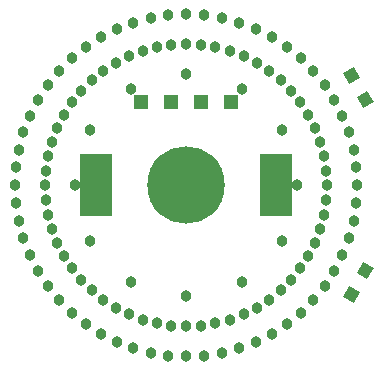
<source format=gts>
G75*
G70*
%OFA0B0*%
%FSLAX24Y24*%
%IPPOS*%
%LPD*%
%AMOC8*
5,1,8,0,0,1.08239X$1,22.5*
%
%ADD10R,0.1080X0.2080*%
%ADD11C,0.2580*%
%ADD12C,0.0380*%
%ADD13R,0.0472X0.0472*%
%ADD14R,0.0415X0.0414*%
%ADD15C,0.0320*%
D10*
X005728Y008506D03*
X011728Y008506D03*
D11*
X008728Y008506D03*
D12*
X004489Y004689D03*
X004911Y004267D03*
X005375Y003891D03*
X005876Y003566D03*
X006408Y003295D03*
X006965Y003081D03*
X007542Y002926D03*
X008132Y002833D03*
X008728Y002802D03*
X009324Y002833D03*
X009914Y002926D03*
X010491Y003081D03*
X011049Y003295D03*
X011581Y003566D03*
X012081Y003891D03*
X012545Y004267D03*
X012968Y004689D03*
X013343Y005153D03*
X013669Y005654D03*
X013940Y006186D03*
X014154Y006744D03*
X014308Y007320D03*
X014402Y007910D03*
X014433Y008506D03*
X014402Y009103D03*
X014308Y009693D03*
X014154Y010269D03*
X013940Y010827D03*
X013669Y011359D03*
X013343Y011860D03*
X012968Y012324D03*
X012545Y012746D03*
X012081Y013122D03*
X011581Y013447D03*
X011049Y013718D03*
X010491Y013932D03*
X009914Y014086D03*
X009324Y014180D03*
X008728Y014211D03*
X008132Y014180D03*
X007542Y014086D03*
X006965Y013932D03*
X006408Y013718D03*
X005876Y013447D03*
X005375Y013122D03*
X004911Y012746D03*
X004489Y012324D03*
X004113Y011860D03*
X003788Y011359D03*
X003517Y010827D03*
X003303Y010269D03*
X003148Y009693D03*
X003055Y009103D03*
X003023Y008506D03*
X003055Y007910D03*
X003148Y007320D03*
X003303Y006744D03*
X003517Y006186D03*
X003788Y005654D03*
X004113Y005153D03*
X004922Y005741D03*
X004654Y006154D03*
X004430Y006593D03*
X004254Y007053D03*
X004126Y007528D03*
X004049Y008015D03*
X004023Y008506D03*
X004049Y008998D03*
X004126Y009485D03*
X004254Y009960D03*
X004430Y010420D03*
X004654Y010859D03*
X004922Y011272D03*
X005232Y011655D03*
X005580Y012003D03*
X005963Y012313D03*
X006376Y012581D03*
X006815Y012804D03*
X007274Y012981D03*
X007750Y013108D03*
X008236Y013185D03*
X008728Y013211D03*
X009220Y013185D03*
X009706Y013108D03*
X010182Y012981D03*
X010642Y012804D03*
X011081Y012581D03*
X011494Y012313D03*
X011876Y012003D03*
X012224Y011655D03*
X012534Y011272D03*
X012803Y010859D03*
X013026Y010420D03*
X013203Y009960D03*
X013330Y009485D03*
X013407Y008998D03*
X013433Y008506D03*
X013407Y008015D03*
X013330Y007528D03*
X013203Y007053D03*
X013026Y006593D03*
X012803Y006154D03*
X012534Y005741D03*
X012224Y005358D03*
X011876Y005010D03*
X011494Y004700D03*
X011081Y004432D03*
X010642Y004208D03*
X010182Y004032D03*
X009706Y003905D03*
X009220Y003827D03*
X008728Y003802D03*
X008236Y003827D03*
X007750Y003905D03*
X007274Y004032D03*
X006815Y004208D03*
X006376Y004432D03*
X005963Y004700D03*
X005580Y005010D03*
X005232Y005358D03*
X005520Y006654D03*
X006876Y005298D03*
X008728Y004802D03*
X010581Y005298D03*
X011937Y006654D03*
X012433Y008506D03*
X011937Y010359D03*
X010581Y011715D03*
X008728Y012211D03*
X006876Y011715D03*
X005520Y010359D03*
X005023Y008506D03*
D13*
X007228Y011296D03*
X008228Y011296D03*
X009228Y011296D03*
X010228Y011296D03*
D14*
G36*
X014309Y012450D02*
X014516Y012093D01*
X014159Y011886D01*
X013952Y012243D01*
X014309Y012450D01*
G37*
G36*
X014772Y011649D02*
X014979Y011292D01*
X014622Y011085D01*
X014415Y011442D01*
X014772Y011649D01*
G37*
G36*
X014979Y005741D02*
X014772Y005384D01*
X014415Y005591D01*
X014622Y005948D01*
X014979Y005741D01*
G37*
G36*
X014516Y004940D02*
X014309Y004583D01*
X013952Y004790D01*
X014159Y005147D01*
X014516Y004940D01*
G37*
D15*
X009122Y008113D03*
X008728Y008113D03*
X008334Y008113D03*
X008334Y008506D03*
X008334Y008900D03*
X008728Y008900D03*
X008728Y008506D03*
X009122Y008506D03*
X009122Y008900D03*
M02*

</source>
